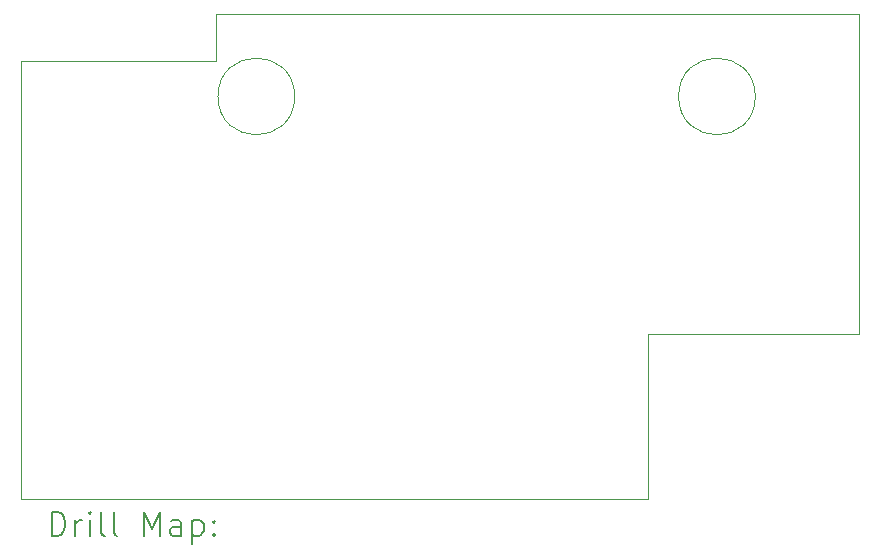
<source format=gbr>
%TF.GenerationSoftware,KiCad,Pcbnew,8.0.7*%
%TF.CreationDate,2025-01-09T13:35:45+03:00*%
%TF.ProjectId,KeyboardSecurity,4b657962-6f61-4726-9453-656375726974,rev?*%
%TF.SameCoordinates,Original*%
%TF.FileFunction,Drillmap*%
%TF.FilePolarity,Positive*%
%FSLAX45Y45*%
G04 Gerber Fmt 4.5, Leading zero omitted, Abs format (unit mm)*
G04 Created by KiCad (PCBNEW 8.0.7) date 2025-01-09 13:35:45*
%MOMM*%
%LPD*%
G01*
G04 APERTURE LIST*
%ADD10C,0.050000*%
%ADD11C,0.200000*%
G04 APERTURE END LIST*
D10*
X9258300Y-6941820D02*
X9258300Y-7340600D01*
X12914380Y-9649460D02*
X14700000Y-9649460D01*
X9925000Y-7641820D02*
G75*
G02*
X9275000Y-7641820I-325000J0D01*
G01*
X9275000Y-7641820D02*
G75*
G02*
X9925000Y-7641820I325000J0D01*
G01*
X12914380Y-11046460D02*
X12914380Y-9649460D01*
X14700000Y-9649460D02*
X14700000Y-6941820D01*
X13825000Y-7641820D02*
G75*
G02*
X13175000Y-7641820I-325000J0D01*
G01*
X13175000Y-7641820D02*
G75*
G02*
X13825000Y-7641820I325000J0D01*
G01*
X7609810Y-11046460D02*
X12914380Y-11046460D01*
X9258300Y-7340600D02*
X7609810Y-7340600D01*
X7609810Y-7340600D02*
X7609810Y-11046460D01*
X14700000Y-6941820D02*
X9258300Y-6941820D01*
D11*
X7868087Y-11360444D02*
X7868087Y-11160444D01*
X7868087Y-11160444D02*
X7915706Y-11160444D01*
X7915706Y-11160444D02*
X7944278Y-11169968D01*
X7944278Y-11169968D02*
X7963325Y-11189015D01*
X7963325Y-11189015D02*
X7972849Y-11208063D01*
X7972849Y-11208063D02*
X7982373Y-11246158D01*
X7982373Y-11246158D02*
X7982373Y-11274729D01*
X7982373Y-11274729D02*
X7972849Y-11312825D01*
X7972849Y-11312825D02*
X7963325Y-11331872D01*
X7963325Y-11331872D02*
X7944278Y-11350920D01*
X7944278Y-11350920D02*
X7915706Y-11360444D01*
X7915706Y-11360444D02*
X7868087Y-11360444D01*
X8068087Y-11360444D02*
X8068087Y-11227110D01*
X8068087Y-11265206D02*
X8077611Y-11246158D01*
X8077611Y-11246158D02*
X8087135Y-11236634D01*
X8087135Y-11236634D02*
X8106182Y-11227110D01*
X8106182Y-11227110D02*
X8125230Y-11227110D01*
X8191897Y-11360444D02*
X8191897Y-11227110D01*
X8191897Y-11160444D02*
X8182373Y-11169968D01*
X8182373Y-11169968D02*
X8191897Y-11179491D01*
X8191897Y-11179491D02*
X8201420Y-11169968D01*
X8201420Y-11169968D02*
X8191897Y-11160444D01*
X8191897Y-11160444D02*
X8191897Y-11179491D01*
X8315706Y-11360444D02*
X8296658Y-11350920D01*
X8296658Y-11350920D02*
X8287135Y-11331872D01*
X8287135Y-11331872D02*
X8287135Y-11160444D01*
X8420468Y-11360444D02*
X8401420Y-11350920D01*
X8401420Y-11350920D02*
X8391897Y-11331872D01*
X8391897Y-11331872D02*
X8391897Y-11160444D01*
X8649040Y-11360444D02*
X8649040Y-11160444D01*
X8649040Y-11160444D02*
X8715706Y-11303301D01*
X8715706Y-11303301D02*
X8782373Y-11160444D01*
X8782373Y-11160444D02*
X8782373Y-11360444D01*
X8963325Y-11360444D02*
X8963325Y-11255682D01*
X8963325Y-11255682D02*
X8953801Y-11236634D01*
X8953801Y-11236634D02*
X8934754Y-11227110D01*
X8934754Y-11227110D02*
X8896659Y-11227110D01*
X8896659Y-11227110D02*
X8877611Y-11236634D01*
X8963325Y-11350920D02*
X8944278Y-11360444D01*
X8944278Y-11360444D02*
X8896659Y-11360444D01*
X8896659Y-11360444D02*
X8877611Y-11350920D01*
X8877611Y-11350920D02*
X8868087Y-11331872D01*
X8868087Y-11331872D02*
X8868087Y-11312825D01*
X8868087Y-11312825D02*
X8877611Y-11293777D01*
X8877611Y-11293777D02*
X8896659Y-11284253D01*
X8896659Y-11284253D02*
X8944278Y-11284253D01*
X8944278Y-11284253D02*
X8963325Y-11274729D01*
X9058563Y-11227110D02*
X9058563Y-11427110D01*
X9058563Y-11236634D02*
X9077611Y-11227110D01*
X9077611Y-11227110D02*
X9115706Y-11227110D01*
X9115706Y-11227110D02*
X9134754Y-11236634D01*
X9134754Y-11236634D02*
X9144278Y-11246158D01*
X9144278Y-11246158D02*
X9153801Y-11265206D01*
X9153801Y-11265206D02*
X9153801Y-11322348D01*
X9153801Y-11322348D02*
X9144278Y-11341396D01*
X9144278Y-11341396D02*
X9134754Y-11350920D01*
X9134754Y-11350920D02*
X9115706Y-11360444D01*
X9115706Y-11360444D02*
X9077611Y-11360444D01*
X9077611Y-11360444D02*
X9058563Y-11350920D01*
X9239516Y-11341396D02*
X9249040Y-11350920D01*
X9249040Y-11350920D02*
X9239516Y-11360444D01*
X9239516Y-11360444D02*
X9229992Y-11350920D01*
X9229992Y-11350920D02*
X9239516Y-11341396D01*
X9239516Y-11341396D02*
X9239516Y-11360444D01*
X9239516Y-11236634D02*
X9249040Y-11246158D01*
X9249040Y-11246158D02*
X9239516Y-11255682D01*
X9239516Y-11255682D02*
X9229992Y-11246158D01*
X9229992Y-11246158D02*
X9239516Y-11236634D01*
X9239516Y-11236634D02*
X9239516Y-11255682D01*
M02*

</source>
